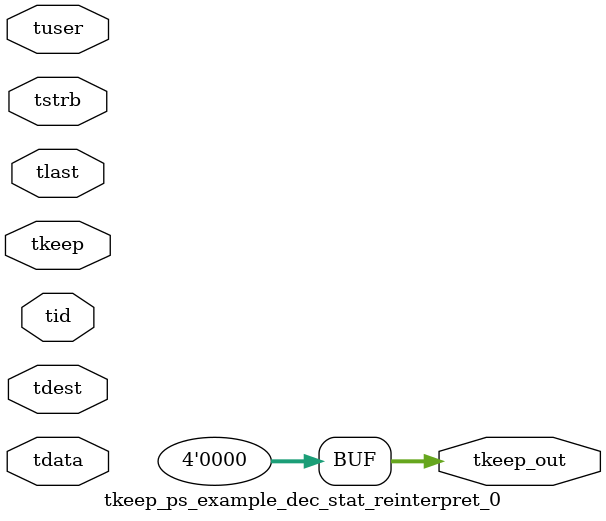
<source format=v>


`timescale 1ps/1ps

module tkeep_ps_example_dec_stat_reinterpret_0 #
(
parameter C_S_AXIS_TDATA_WIDTH = 32,
parameter C_S_AXIS_TUSER_WIDTH = 0,
parameter C_S_AXIS_TID_WIDTH   = 0,
parameter C_S_AXIS_TDEST_WIDTH = 0,
parameter C_M_AXIS_TDATA_WIDTH = 32
)
(
input  [(C_S_AXIS_TDATA_WIDTH == 0 ? 1 : C_S_AXIS_TDATA_WIDTH)-1:0     ] tdata,
input  [(C_S_AXIS_TUSER_WIDTH == 0 ? 1 : C_S_AXIS_TUSER_WIDTH)-1:0     ] tuser,
input  [(C_S_AXIS_TID_WIDTH   == 0 ? 1 : C_S_AXIS_TID_WIDTH)-1:0       ] tid,
input  [(C_S_AXIS_TDEST_WIDTH == 0 ? 1 : C_S_AXIS_TDEST_WIDTH)-1:0     ] tdest,
input  [(C_S_AXIS_TDATA_WIDTH/8)-1:0 ] tkeep,
input  [(C_S_AXIS_TDATA_WIDTH/8)-1:0 ] tstrb,
input                                                                    tlast,
output [(C_M_AXIS_TDATA_WIDTH/8)-1:0 ] tkeep_out
);

assign tkeep_out = {1'b0};

endmodule


</source>
